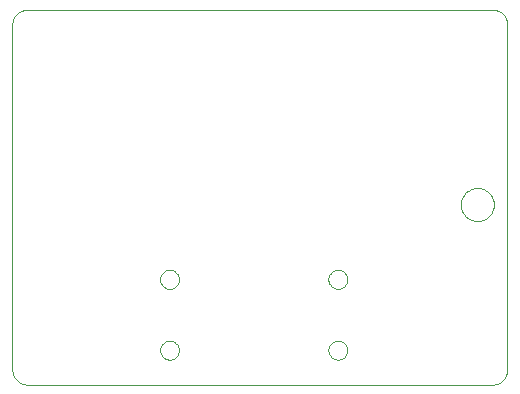
<source format=gko>
G75*
%MOIN*%
%OFA0B0*%
%FSLAX24Y24*%
%IPPOS*%
%LPD*%
%AMOC8*
5,1,8,0,0,1.08239X$1,22.5*
%
%ADD10C,0.0000*%
D10*
X000600Y001357D02*
X016100Y001357D01*
X016144Y001359D01*
X016187Y001365D01*
X016229Y001374D01*
X016271Y001387D01*
X016311Y001404D01*
X016350Y001424D01*
X016387Y001447D01*
X016421Y001474D01*
X016454Y001503D01*
X016483Y001536D01*
X016510Y001570D01*
X016533Y001607D01*
X016553Y001646D01*
X016570Y001686D01*
X016583Y001728D01*
X016592Y001770D01*
X016598Y001813D01*
X016600Y001857D01*
X016600Y013357D01*
X016598Y013401D01*
X016592Y013444D01*
X016583Y013486D01*
X016570Y013528D01*
X016553Y013568D01*
X016533Y013607D01*
X016510Y013644D01*
X016483Y013678D01*
X016454Y013711D01*
X016421Y013740D01*
X016387Y013767D01*
X016350Y013790D01*
X016311Y013810D01*
X016271Y013827D01*
X016229Y013840D01*
X016187Y013849D01*
X016144Y013855D01*
X016100Y013857D01*
X000600Y013857D01*
X000556Y013855D01*
X000513Y013849D01*
X000471Y013840D01*
X000429Y013827D01*
X000389Y013810D01*
X000350Y013790D01*
X000313Y013767D01*
X000279Y013740D01*
X000246Y013711D01*
X000217Y013678D01*
X000190Y013644D01*
X000167Y013607D01*
X000147Y013568D01*
X000130Y013528D01*
X000117Y013486D01*
X000108Y013444D01*
X000102Y013401D01*
X000100Y013357D01*
X000100Y001857D01*
X000102Y001813D01*
X000108Y001770D01*
X000117Y001728D01*
X000130Y001686D01*
X000147Y001646D01*
X000167Y001607D01*
X000190Y001570D01*
X000217Y001536D01*
X000246Y001503D01*
X000279Y001474D01*
X000313Y001447D01*
X000350Y001424D01*
X000389Y001404D01*
X000429Y001387D01*
X000471Y001374D01*
X000513Y001365D01*
X000556Y001359D01*
X000600Y001357D01*
X005025Y002502D02*
X005027Y002537D01*
X005033Y002572D01*
X005043Y002606D01*
X005056Y002639D01*
X005073Y002670D01*
X005094Y002698D01*
X005117Y002725D01*
X005144Y002748D01*
X005172Y002769D01*
X005203Y002786D01*
X005236Y002799D01*
X005270Y002809D01*
X005305Y002815D01*
X005340Y002817D01*
X005375Y002815D01*
X005410Y002809D01*
X005444Y002799D01*
X005477Y002786D01*
X005508Y002769D01*
X005536Y002748D01*
X005563Y002725D01*
X005586Y002698D01*
X005607Y002670D01*
X005624Y002639D01*
X005637Y002606D01*
X005647Y002572D01*
X005653Y002537D01*
X005655Y002502D01*
X005653Y002467D01*
X005647Y002432D01*
X005637Y002398D01*
X005624Y002365D01*
X005607Y002334D01*
X005586Y002306D01*
X005563Y002279D01*
X005536Y002256D01*
X005508Y002235D01*
X005477Y002218D01*
X005444Y002205D01*
X005410Y002195D01*
X005375Y002189D01*
X005340Y002187D01*
X005305Y002189D01*
X005270Y002195D01*
X005236Y002205D01*
X005203Y002218D01*
X005172Y002235D01*
X005144Y002256D01*
X005117Y002279D01*
X005094Y002306D01*
X005073Y002334D01*
X005056Y002365D01*
X005043Y002398D01*
X005033Y002432D01*
X005027Y002467D01*
X005025Y002502D01*
X005025Y004864D02*
X005027Y004899D01*
X005033Y004934D01*
X005043Y004968D01*
X005056Y005001D01*
X005073Y005032D01*
X005094Y005060D01*
X005117Y005087D01*
X005144Y005110D01*
X005172Y005131D01*
X005203Y005148D01*
X005236Y005161D01*
X005270Y005171D01*
X005305Y005177D01*
X005340Y005179D01*
X005375Y005177D01*
X005410Y005171D01*
X005444Y005161D01*
X005477Y005148D01*
X005508Y005131D01*
X005536Y005110D01*
X005563Y005087D01*
X005586Y005060D01*
X005607Y005032D01*
X005624Y005001D01*
X005637Y004968D01*
X005647Y004934D01*
X005653Y004899D01*
X005655Y004864D01*
X005653Y004829D01*
X005647Y004794D01*
X005637Y004760D01*
X005624Y004727D01*
X005607Y004696D01*
X005586Y004668D01*
X005563Y004641D01*
X005536Y004618D01*
X005508Y004597D01*
X005477Y004580D01*
X005444Y004567D01*
X005410Y004557D01*
X005375Y004551D01*
X005340Y004549D01*
X005305Y004551D01*
X005270Y004557D01*
X005236Y004567D01*
X005203Y004580D01*
X005172Y004597D01*
X005144Y004618D01*
X005117Y004641D01*
X005094Y004668D01*
X005073Y004696D01*
X005056Y004727D01*
X005043Y004760D01*
X005033Y004794D01*
X005027Y004829D01*
X005025Y004864D01*
X010635Y004864D02*
X010637Y004899D01*
X010643Y004934D01*
X010653Y004968D01*
X010666Y005001D01*
X010683Y005032D01*
X010704Y005060D01*
X010727Y005087D01*
X010754Y005110D01*
X010782Y005131D01*
X010813Y005148D01*
X010846Y005161D01*
X010880Y005171D01*
X010915Y005177D01*
X010950Y005179D01*
X010985Y005177D01*
X011020Y005171D01*
X011054Y005161D01*
X011087Y005148D01*
X011118Y005131D01*
X011146Y005110D01*
X011173Y005087D01*
X011196Y005060D01*
X011217Y005032D01*
X011234Y005001D01*
X011247Y004968D01*
X011257Y004934D01*
X011263Y004899D01*
X011265Y004864D01*
X011263Y004829D01*
X011257Y004794D01*
X011247Y004760D01*
X011234Y004727D01*
X011217Y004696D01*
X011196Y004668D01*
X011173Y004641D01*
X011146Y004618D01*
X011118Y004597D01*
X011087Y004580D01*
X011054Y004567D01*
X011020Y004557D01*
X010985Y004551D01*
X010950Y004549D01*
X010915Y004551D01*
X010880Y004557D01*
X010846Y004567D01*
X010813Y004580D01*
X010782Y004597D01*
X010754Y004618D01*
X010727Y004641D01*
X010704Y004668D01*
X010683Y004696D01*
X010666Y004727D01*
X010653Y004760D01*
X010643Y004794D01*
X010637Y004829D01*
X010635Y004864D01*
X010635Y002502D02*
X010637Y002537D01*
X010643Y002572D01*
X010653Y002606D01*
X010666Y002639D01*
X010683Y002670D01*
X010704Y002698D01*
X010727Y002725D01*
X010754Y002748D01*
X010782Y002769D01*
X010813Y002786D01*
X010846Y002799D01*
X010880Y002809D01*
X010915Y002815D01*
X010950Y002817D01*
X010985Y002815D01*
X011020Y002809D01*
X011054Y002799D01*
X011087Y002786D01*
X011118Y002769D01*
X011146Y002748D01*
X011173Y002725D01*
X011196Y002698D01*
X011217Y002670D01*
X011234Y002639D01*
X011247Y002606D01*
X011257Y002572D01*
X011263Y002537D01*
X011265Y002502D01*
X011263Y002467D01*
X011257Y002432D01*
X011247Y002398D01*
X011234Y002365D01*
X011217Y002334D01*
X011196Y002306D01*
X011173Y002279D01*
X011146Y002256D01*
X011118Y002235D01*
X011087Y002218D01*
X011054Y002205D01*
X011020Y002195D01*
X010985Y002189D01*
X010950Y002187D01*
X010915Y002189D01*
X010880Y002195D01*
X010846Y002205D01*
X010813Y002218D01*
X010782Y002235D01*
X010754Y002256D01*
X010727Y002279D01*
X010704Y002306D01*
X010683Y002334D01*
X010666Y002365D01*
X010653Y002398D01*
X010643Y002432D01*
X010637Y002467D01*
X010635Y002502D01*
X015049Y007357D02*
X015051Y007404D01*
X015057Y007450D01*
X015067Y007496D01*
X015080Y007541D01*
X015098Y007584D01*
X015119Y007626D01*
X015143Y007666D01*
X015171Y007703D01*
X015202Y007738D01*
X015236Y007771D01*
X015272Y007800D01*
X015311Y007826D01*
X015352Y007849D01*
X015395Y007868D01*
X015439Y007884D01*
X015484Y007896D01*
X015530Y007904D01*
X015577Y007908D01*
X015623Y007908D01*
X015670Y007904D01*
X015716Y007896D01*
X015761Y007884D01*
X015805Y007868D01*
X015848Y007849D01*
X015889Y007826D01*
X015928Y007800D01*
X015964Y007771D01*
X015998Y007738D01*
X016029Y007703D01*
X016057Y007666D01*
X016081Y007626D01*
X016102Y007584D01*
X016120Y007541D01*
X016133Y007496D01*
X016143Y007450D01*
X016149Y007404D01*
X016151Y007357D01*
X016149Y007310D01*
X016143Y007264D01*
X016133Y007218D01*
X016120Y007173D01*
X016102Y007130D01*
X016081Y007088D01*
X016057Y007048D01*
X016029Y007011D01*
X015998Y006976D01*
X015964Y006943D01*
X015928Y006914D01*
X015889Y006888D01*
X015848Y006865D01*
X015805Y006846D01*
X015761Y006830D01*
X015716Y006818D01*
X015670Y006810D01*
X015623Y006806D01*
X015577Y006806D01*
X015530Y006810D01*
X015484Y006818D01*
X015439Y006830D01*
X015395Y006846D01*
X015352Y006865D01*
X015311Y006888D01*
X015272Y006914D01*
X015236Y006943D01*
X015202Y006976D01*
X015171Y007011D01*
X015143Y007048D01*
X015119Y007088D01*
X015098Y007130D01*
X015080Y007173D01*
X015067Y007218D01*
X015057Y007264D01*
X015051Y007310D01*
X015049Y007357D01*
M02*

</source>
